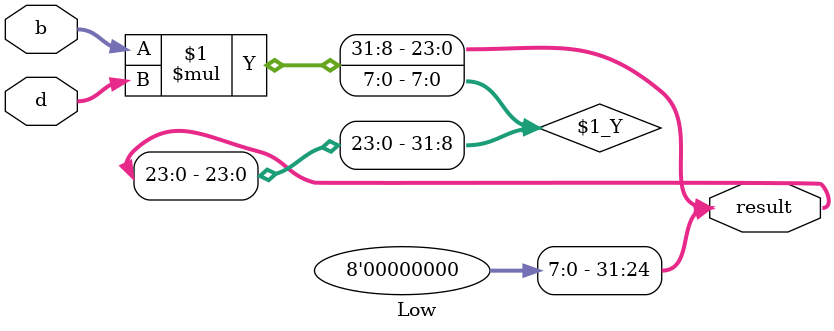
<source format=sv>
module Low (
    input logic [15:0] b,
	 input logic [15:0] d,
	 output logic [31:0] result
);

assign result = (b*d)>>8;
    
endmodule

</source>
